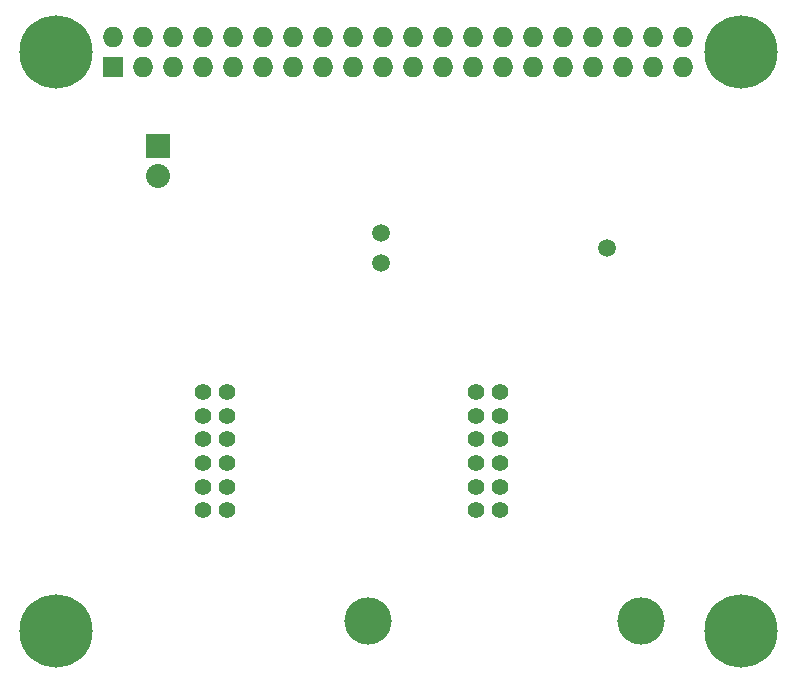
<source format=gbs>
G04 #@! TF.FileFunction,Soldermask,Bot*
%FSLAX46Y46*%
G04 Gerber Fmt 4.6, Leading zero omitted, Abs format (unit mm)*
G04 Created by KiCad (PCBNEW 4.0.2-1.fc23-product) date Fri 02 Dec 2016 11:09:15 GMT*
%MOMM*%
G01*
G04 APERTURE LIST*
%ADD10C,0.100000*%
%ADD11C,1.400000*%
%ADD12C,4.000000*%
%ADD13R,1.727200X1.727200*%
%ADD14O,1.727200X1.727200*%
%ADD15C,6.200000*%
%ADD16C,1.500000*%
%ADD17R,2.032000X2.032000*%
%ADD18O,2.032000X2.032000*%
G04 APERTURE END LIST*
D10*
D11*
X134366000Y-79756000D03*
X136366000Y-79756000D03*
X134366000Y-81756000D03*
X136366000Y-81756000D03*
X134366000Y-83756000D03*
X136366000Y-83756000D03*
X134366000Y-85756000D03*
X136366000Y-85756000D03*
X134366000Y-87756000D03*
X136366000Y-87756000D03*
X134366000Y-89756000D03*
X136366000Y-89756000D03*
D12*
X148346000Y-99106000D03*
D13*
X103620000Y-52260000D03*
D14*
X103620000Y-49720000D03*
X106160000Y-52260000D03*
X106160000Y-49720000D03*
X108700000Y-52260000D03*
X108700000Y-49720000D03*
X111240000Y-52260000D03*
X111240000Y-49720000D03*
X113780000Y-52260000D03*
X113780000Y-49720000D03*
X116320000Y-52260000D03*
X116320000Y-49720000D03*
X118860000Y-52260000D03*
X118860000Y-49720000D03*
X121400000Y-52260000D03*
X121400000Y-49720000D03*
X123940000Y-52260000D03*
X123940000Y-49720000D03*
X126480000Y-52260000D03*
X126480000Y-49720000D03*
X129020000Y-52260000D03*
X129020000Y-49720000D03*
X131560000Y-52260000D03*
X131560000Y-49720000D03*
X134100000Y-52260000D03*
X134100000Y-49720000D03*
X136640000Y-52260000D03*
X136640000Y-49720000D03*
X139180000Y-52260000D03*
X139180000Y-49720000D03*
X141720000Y-52260000D03*
X141720000Y-49720000D03*
X144260000Y-52260000D03*
X144260000Y-49720000D03*
X146800000Y-52260000D03*
X146800000Y-49720000D03*
X149340000Y-52260000D03*
X149340000Y-49720000D03*
X151880000Y-52260000D03*
X151880000Y-49720000D03*
D15*
X156750000Y-50990000D03*
X156750000Y-99990000D03*
X98750000Y-99990000D03*
X98750000Y-50990000D03*
D11*
X111252000Y-79756000D03*
X113252000Y-79756000D03*
X111252000Y-81756000D03*
X113252000Y-81756000D03*
X111252000Y-83756000D03*
X113252000Y-83756000D03*
X111252000Y-85756000D03*
X113252000Y-85756000D03*
X111252000Y-87756000D03*
X113252000Y-87756000D03*
X111252000Y-89756000D03*
X113252000Y-89756000D03*
D12*
X125232000Y-99106000D03*
D16*
X145440000Y-67564000D03*
X126340000Y-68834000D03*
X126340000Y-66294000D03*
D17*
X107442000Y-58928000D03*
D18*
X107442000Y-61468000D03*
M02*

</source>
